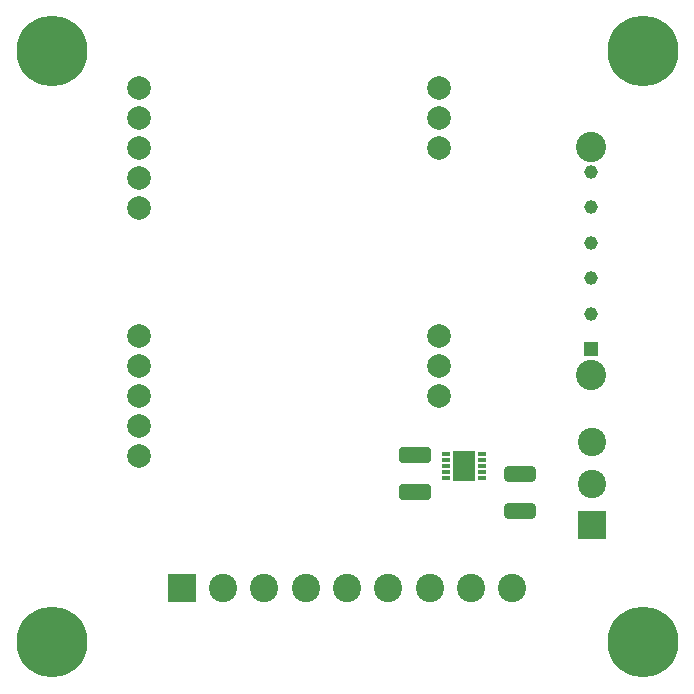
<source format=gts>
%TF.GenerationSoftware,KiCad,Pcbnew,9.0.0*%
%TF.CreationDate,2025-04-09T17:27:32-07:00*%
%TF.ProjectId,Relay Board,52656c61-7920-4426-9f61-72642e6b6963,rev?*%
%TF.SameCoordinates,Original*%
%TF.FileFunction,Soldermask,Top*%
%TF.FilePolarity,Negative*%
%FSLAX46Y46*%
G04 Gerber Fmt 4.6, Leading zero omitted, Abs format (unit mm)*
G04 Created by KiCad (PCBNEW 9.0.0) date 2025-04-09 17:27:32*
%MOMM*%
%LPD*%
G01*
G04 APERTURE LIST*
G04 Aperture macros list*
%AMRoundRect*
0 Rectangle with rounded corners*
0 $1 Rounding radius*
0 $2 $3 $4 $5 $6 $7 $8 $9 X,Y pos of 4 corners*
0 Add a 4 corners polygon primitive as box body*
4,1,4,$2,$3,$4,$5,$6,$7,$8,$9,$2,$3,0*
0 Add four circle primitives for the rounded corners*
1,1,$1+$1,$2,$3*
1,1,$1+$1,$4,$5*
1,1,$1+$1,$6,$7*
1,1,$1+$1,$8,$9*
0 Add four rect primitives between the rounded corners*
20,1,$1+$1,$2,$3,$4,$5,0*
20,1,$1+$1,$4,$5,$6,$7,0*
20,1,$1+$1,$6,$7,$8,$9,0*
20,1,$1+$1,$8,$9,$2,$3,0*%
G04 Aperture macros list end*
%ADD10C,2.000000*%
%ADD11R,0.750000X0.300000*%
%ADD12R,1.900000X2.600000*%
%ADD13R,1.170000X1.170000*%
%ADD14C,1.170000*%
%ADD15C,2.560000*%
%ADD16RoundRect,0.250000X-1.100000X0.412500X-1.100000X-0.412500X1.100000X-0.412500X1.100000X0.412500X0*%
%ADD17R,2.400000X2.400000*%
%ADD18C,2.400000*%
%ADD19C,6.000000*%
%ADD20RoundRect,0.250000X1.075000X-0.400000X1.075000X0.400000X-1.075000X0.400000X-1.075000X-0.400000X0*%
G04 APERTURE END LIST*
D10*
%TO.C,K2*%
X107800000Y-106740000D03*
X107800000Y-101660000D03*
X133200000Y-104200000D03*
X133200000Y-101660000D03*
X133200000Y-99120000D03*
X107800000Y-99120000D03*
X107800000Y-104200000D03*
X107800000Y-109280000D03*
%TD*%
D11*
%TO.C,IC1*%
X133800000Y-130100000D03*
X133800000Y-130600000D03*
X133800000Y-131100000D03*
X133800000Y-131600000D03*
X133800000Y-132100000D03*
X136800000Y-132100000D03*
X136800000Y-131600000D03*
X136800000Y-131100000D03*
X136800000Y-130600000D03*
X136800000Y-130100000D03*
D12*
X135300000Y-131100000D03*
%TD*%
D13*
%TO.C,J1*%
X146000000Y-121200000D03*
D14*
X146000000Y-118200000D03*
X146000000Y-115200000D03*
X146000000Y-112200000D03*
X146000000Y-109200000D03*
X146000000Y-106200000D03*
D15*
X146000000Y-123350000D03*
X146000000Y-104050000D03*
%TD*%
D16*
%TO.C,C1*%
X131100000Y-130137500D03*
X131100000Y-133262500D03*
%TD*%
D17*
%TO.C,J2*%
X111378214Y-141400000D03*
D18*
X114878214Y-141400000D03*
X118378214Y-141400000D03*
X121878214Y-141400000D03*
X125378214Y-141400000D03*
X128878214Y-141400000D03*
X132378214Y-141400000D03*
X135878214Y-141400000D03*
X139378214Y-141400000D03*
%TD*%
D19*
%TO.C,REF\u002A\u002A*%
X150400000Y-146000000D03*
%TD*%
%TO.C,REF\u002A\u002A*%
X100400000Y-146000000D03*
%TD*%
D17*
%TO.C,J3*%
X146100000Y-136100000D03*
D18*
X146100000Y-132600000D03*
X146100000Y-129100000D03*
%TD*%
D19*
%TO.C,REF\u002A\u002A*%
X150400000Y-96000000D03*
%TD*%
D20*
%TO.C,R1*%
X140000000Y-134900000D03*
X140000000Y-131800000D03*
%TD*%
D10*
%TO.C,K1*%
X107800000Y-127740000D03*
X107800000Y-122660000D03*
X133200000Y-125200000D03*
X133200000Y-122660000D03*
X133200000Y-120120000D03*
X107800000Y-120120000D03*
X107800000Y-125200000D03*
X107800000Y-130280000D03*
%TD*%
D19*
%TO.C,REF\u002A\u002A*%
X100400000Y-96000000D03*
%TD*%
M02*

</source>
